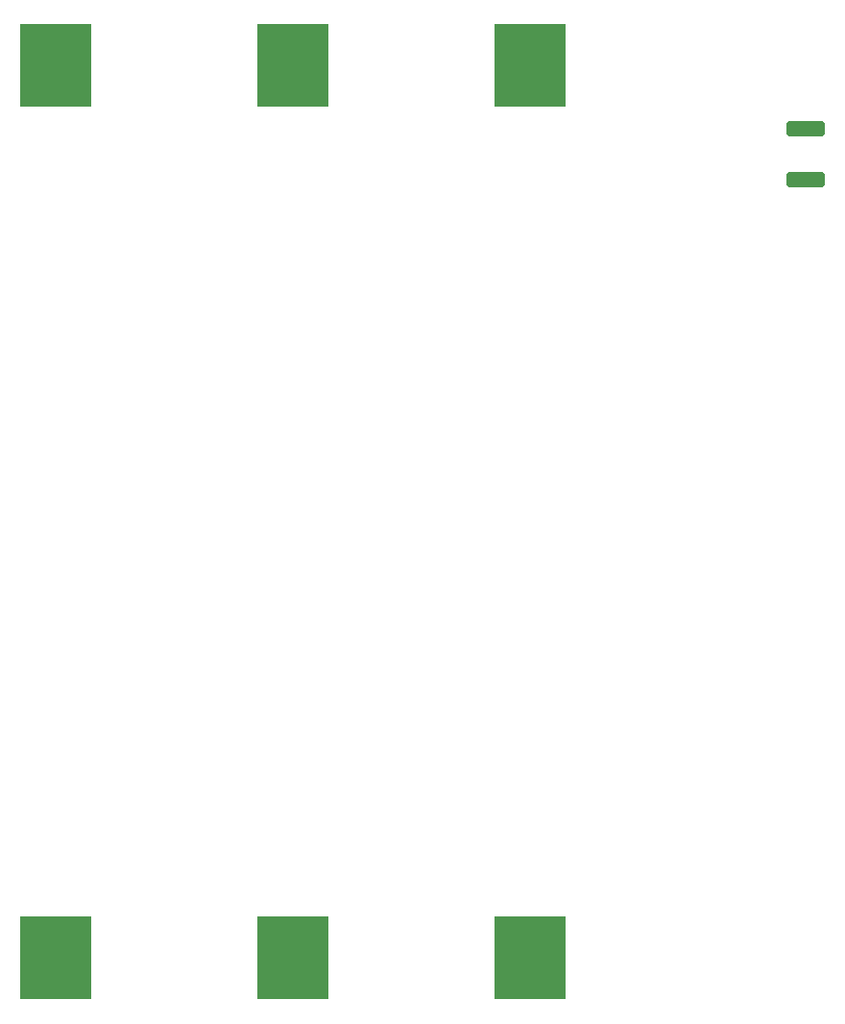
<source format=gbr>
%TF.GenerationSoftware,KiCad,Pcbnew,(6.0.7)*%
%TF.CreationDate,2022-10-24T21:40:11-07:00*%
%TF.ProjectId,18650_3s2p,31383635-305f-4337-9332-702e6b696361,2.0*%
%TF.SameCoordinates,Original*%
%TF.FileFunction,Paste,Bot*%
%TF.FilePolarity,Positive*%
%FSLAX46Y46*%
G04 Gerber Fmt 4.6, Leading zero omitted, Abs format (unit mm)*
G04 Created by KiCad (PCBNEW (6.0.7)) date 2022-10-24 21:40:11*
%MOMM*%
%LPD*%
G01*
G04 APERTURE LIST*
G04 Aperture macros list*
%AMRoundRect*
0 Rectangle with rounded corners*
0 $1 Rounding radius*
0 $2 $3 $4 $5 $6 $7 $8 $9 X,Y pos of 4 corners*
0 Add a 4 corners polygon primitive as box body*
4,1,4,$2,$3,$4,$5,$6,$7,$8,$9,$2,$3,0*
0 Add four circle primitives for the rounded corners*
1,1,$1+$1,$2,$3*
1,1,$1+$1,$4,$5*
1,1,$1+$1,$6,$7*
1,1,$1+$1,$8,$9*
0 Add four rect primitives between the rounded corners*
20,1,$1+$1,$2,$3,$4,$5,0*
20,1,$1+$1,$4,$5,$6,$7,0*
20,1,$1+$1,$6,$7,$8,$9,0*
20,1,$1+$1,$8,$9,$2,$3,0*%
G04 Aperture macros list end*
%ADD10R,6.350000X7.340000*%
%ADD11RoundRect,0.250000X1.450000X-0.400000X1.450000X0.400000X-1.450000X0.400000X-1.450000X-0.400000X0*%
G04 APERTURE END LIST*
D10*
%TO.C,BT6*%
X120700000Y-57190000D03*
X120700000Y-135850000D03*
%TD*%
%TO.C,BT4*%
X78940000Y-57190000D03*
X78940000Y-135850000D03*
%TD*%
%TO.C,BT5*%
X99820000Y-57190000D03*
X99820000Y-135850000D03*
%TD*%
D11*
%TO.C,F1*%
X145000000Y-62775000D03*
X145000000Y-67225000D03*
%TD*%
M02*

</source>
